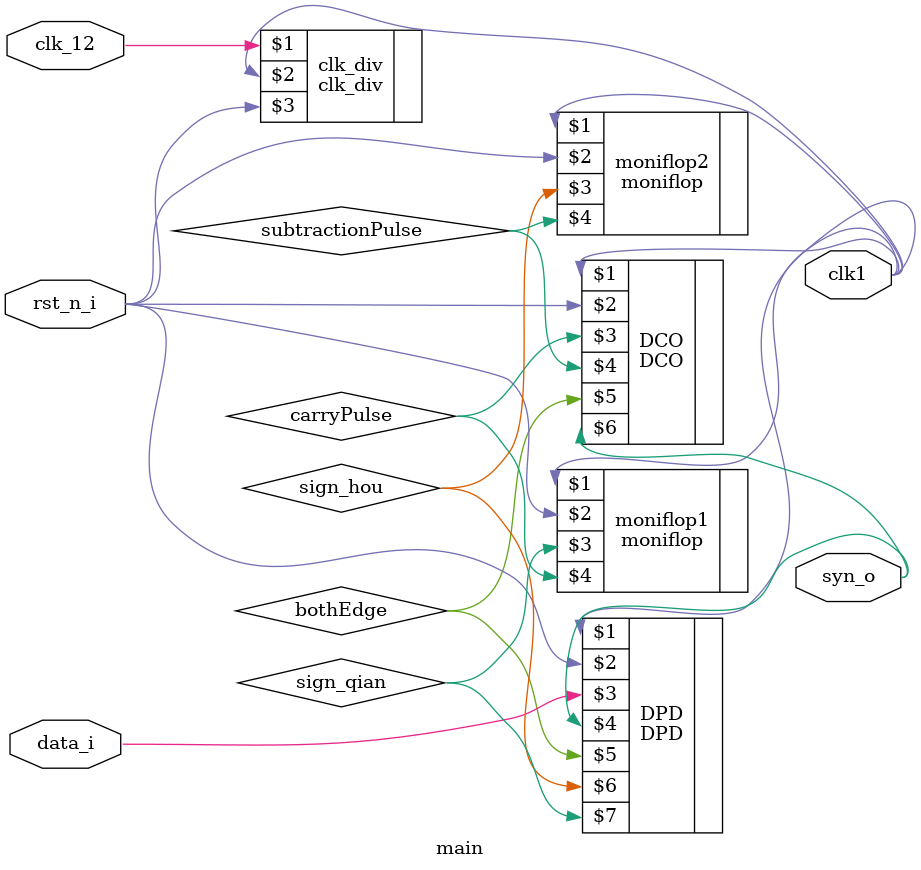
<source format=v>
module main(
	clk_12	,
	rst_n_i	,
	data_i	,
	syn_o	,
	clk1
);
	input		wire			clk_12	;
	input		wire			rst_n_i	;
	input		wire			data_i	;
	output	wire			syn_o		;
	output	wire			clk1		;

//	wire   clk4
	wire	clk_d1	, clk_d2	;
	wire	clk_i		,	clk_q		;
	wire	sign_hou	,	sign_qian	;
	wire   bothEdge;
 wire carryPulse,subtractionPulse;
	
	clk_div clk_div(
 clk_12,clk1,rst_n_i
    );
	
DPD	DPD(
	clk1,
	rst_n_i,
	
	data_i,//输入信号
	syn_o,//本地参考信号
	
	bothEdge,//携带输入信号边沿信息的脉冲序列
	sign_hou,//滞后信号
	sign_qian//超前信号
	
);

moniflop moniflop1
(
    clk1,      //32MHz系统时钟
    rst_n_i,      //高电平有效复位信号
    sign_qian,      
    carryPulse
);
moniflop moniflop2
(
    clk1,      //32MHz系统时钟
    rst_n_i,      //高电平有效复位信号
    sign_hou,      
    subtractionPulse
);
DCO DCO(
	clk1,
	rst_n_i,
	carryPulse,
	subtractionPulse,
	bothEdge,
	syn_o
);
	
//	assign	syn_o = clk_i	;
	
	
endmodule 

</source>
